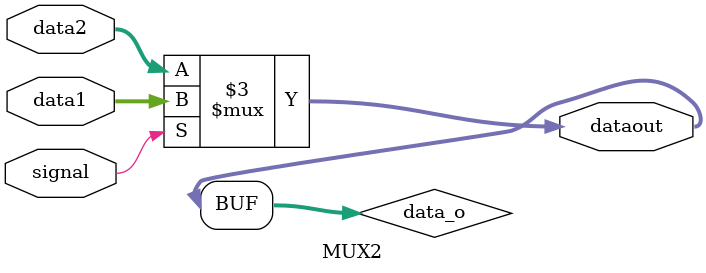
<source format=v>
module MUX2(
  data1,
  data2,
  signal,
  dataout,
);

input[31:0] data1;
input[31:0] data2;
input signal;
output[31:0] dataout;

reg[31:0] data_o;

always@(*)
begin
  if(signal)
    data_o =  data1;
  else
    data_o = data2;
end

assign dataout = data_o;

endmodule

</source>
